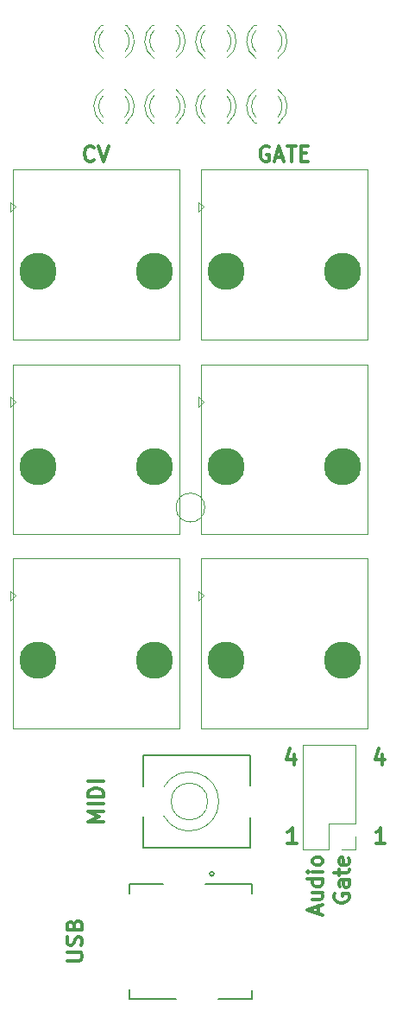
<source format=gbr>
G04 #@! TF.GenerationSoftware,KiCad,Pcbnew,(6.0.11)*
G04 #@! TF.CreationDate,2023-03-02T17:40:09+00:00*
G04 #@! TF.ProjectId,QMidiMonger_controls,514d6964-694d-46f6-9e67-65725f636f6e,rev?*
G04 #@! TF.SameCoordinates,Original*
G04 #@! TF.FileFunction,Legend,Top*
G04 #@! TF.FilePolarity,Positive*
%FSLAX46Y46*%
G04 Gerber Fmt 4.6, Leading zero omitted, Abs format (unit mm)*
G04 Created by KiCad (PCBNEW (6.0.11)) date 2023-03-02 17:40:09*
%MOMM*%
%LPD*%
G01*
G04 APERTURE LIST*
%ADD10C,0.300000*%
%ADD11C,0.120000*%
%ADD12C,0.127000*%
%ADD13C,0.152400*%
%ADD14C,0.200000*%
%ADD15C,3.650000*%
G04 APERTURE END LIST*
D10*
X103878571Y-137692857D02*
X105092857Y-137692857D01*
X105235714Y-137621428D01*
X105307142Y-137550000D01*
X105378571Y-137407142D01*
X105378571Y-137121428D01*
X105307142Y-136978571D01*
X105235714Y-136907142D01*
X105092857Y-136835714D01*
X103878571Y-136835714D01*
X105307142Y-136192857D02*
X105378571Y-135978571D01*
X105378571Y-135621428D01*
X105307142Y-135478571D01*
X105235714Y-135407142D01*
X105092857Y-135335714D01*
X104950000Y-135335714D01*
X104807142Y-135407142D01*
X104735714Y-135478571D01*
X104664285Y-135621428D01*
X104592857Y-135907142D01*
X104521428Y-136050000D01*
X104450000Y-136121428D01*
X104307142Y-136192857D01*
X104164285Y-136192857D01*
X104021428Y-136121428D01*
X103950000Y-136050000D01*
X103878571Y-135907142D01*
X103878571Y-135550000D01*
X103950000Y-135335714D01*
X104592857Y-134192857D02*
X104664285Y-133978571D01*
X104735714Y-133907142D01*
X104878571Y-133835714D01*
X105092857Y-133835714D01*
X105235714Y-133907142D01*
X105307142Y-133978571D01*
X105378571Y-134121428D01*
X105378571Y-134692857D01*
X103878571Y-134692857D01*
X103878571Y-134192857D01*
X103950000Y-134050000D01*
X104021428Y-133978571D01*
X104164285Y-133907142D01*
X104307142Y-133907142D01*
X104450000Y-133978571D01*
X104521428Y-134050000D01*
X104592857Y-134192857D01*
X104592857Y-134692857D01*
X128550000Y-133050000D02*
X128550000Y-132335714D01*
X128978571Y-133192857D02*
X127478571Y-132692857D01*
X128978571Y-132192857D01*
X127978571Y-131050000D02*
X128978571Y-131050000D01*
X127978571Y-131692857D02*
X128764285Y-131692857D01*
X128907142Y-131621428D01*
X128978571Y-131478571D01*
X128978571Y-131264285D01*
X128907142Y-131121428D01*
X128835714Y-131050000D01*
X128978571Y-129692857D02*
X127478571Y-129692857D01*
X128907142Y-129692857D02*
X128978571Y-129835714D01*
X128978571Y-130121428D01*
X128907142Y-130264285D01*
X128835714Y-130335714D01*
X128692857Y-130407142D01*
X128264285Y-130407142D01*
X128121428Y-130335714D01*
X128050000Y-130264285D01*
X127978571Y-130121428D01*
X127978571Y-129835714D01*
X128050000Y-129692857D01*
X128978571Y-128978571D02*
X127978571Y-128978571D01*
X127478571Y-128978571D02*
X127550000Y-129050000D01*
X127621428Y-128978571D01*
X127550000Y-128907142D01*
X127478571Y-128978571D01*
X127621428Y-128978571D01*
X128978571Y-128050000D02*
X128907142Y-128192857D01*
X128835714Y-128264285D01*
X128692857Y-128335714D01*
X128264285Y-128335714D01*
X128121428Y-128264285D01*
X128050000Y-128192857D01*
X127978571Y-128050000D01*
X127978571Y-127835714D01*
X128050000Y-127692857D01*
X128121428Y-127621428D01*
X128264285Y-127550000D01*
X128692857Y-127550000D01*
X128835714Y-127621428D01*
X128907142Y-127692857D01*
X128978571Y-127835714D01*
X128978571Y-128050000D01*
X123700000Y-57950000D02*
X123557142Y-57878571D01*
X123342857Y-57878571D01*
X123128571Y-57950000D01*
X122985714Y-58092857D01*
X122914285Y-58235714D01*
X122842857Y-58521428D01*
X122842857Y-58735714D01*
X122914285Y-59021428D01*
X122985714Y-59164285D01*
X123128571Y-59307142D01*
X123342857Y-59378571D01*
X123485714Y-59378571D01*
X123700000Y-59307142D01*
X123771428Y-59235714D01*
X123771428Y-58735714D01*
X123485714Y-58735714D01*
X124342857Y-58950000D02*
X125057142Y-58950000D01*
X124200000Y-59378571D02*
X124700000Y-57878571D01*
X125200000Y-59378571D01*
X125485714Y-57878571D02*
X126342857Y-57878571D01*
X125914285Y-59378571D02*
X125914285Y-57878571D01*
X126842857Y-58592857D02*
X127342857Y-58592857D01*
X127557142Y-59378571D02*
X126842857Y-59378571D01*
X126842857Y-57878571D01*
X127557142Y-57878571D01*
X126160714Y-117478571D02*
X126160714Y-118478571D01*
X125803571Y-116907142D02*
X125446428Y-117978571D01*
X126375000Y-117978571D01*
X135103571Y-126178571D02*
X134246428Y-126178571D01*
X134675000Y-126178571D02*
X134675000Y-124678571D01*
X134532142Y-124892857D01*
X134389285Y-125035714D01*
X134246428Y-125107142D01*
X134860714Y-117478571D02*
X134860714Y-118478571D01*
X134503571Y-116907142D02*
X134146428Y-117978571D01*
X135075000Y-117978571D01*
X130150000Y-131157142D02*
X130078571Y-131300000D01*
X130078571Y-131514285D01*
X130150000Y-131728571D01*
X130292857Y-131871428D01*
X130435714Y-131942857D01*
X130721428Y-132014285D01*
X130935714Y-132014285D01*
X131221428Y-131942857D01*
X131364285Y-131871428D01*
X131507142Y-131728571D01*
X131578571Y-131514285D01*
X131578571Y-131371428D01*
X131507142Y-131157142D01*
X131435714Y-131085714D01*
X130935714Y-131085714D01*
X130935714Y-131371428D01*
X131578571Y-129800000D02*
X130792857Y-129800000D01*
X130650000Y-129871428D01*
X130578571Y-130014285D01*
X130578571Y-130300000D01*
X130650000Y-130442857D01*
X131507142Y-129800000D02*
X131578571Y-129942857D01*
X131578571Y-130300000D01*
X131507142Y-130442857D01*
X131364285Y-130514285D01*
X131221428Y-130514285D01*
X131078571Y-130442857D01*
X131007142Y-130300000D01*
X131007142Y-129942857D01*
X130935714Y-129800000D01*
X130578571Y-129300000D02*
X130578571Y-128728571D01*
X130078571Y-129085714D02*
X131364285Y-129085714D01*
X131507142Y-129014285D01*
X131578571Y-128871428D01*
X131578571Y-128728571D01*
X131507142Y-127657142D02*
X131578571Y-127800000D01*
X131578571Y-128085714D01*
X131507142Y-128228571D01*
X131364285Y-128300000D01*
X130792857Y-128300000D01*
X130650000Y-128228571D01*
X130578571Y-128085714D01*
X130578571Y-127800000D01*
X130650000Y-127657142D01*
X130792857Y-127585714D01*
X130935714Y-127585714D01*
X131078571Y-128300000D01*
X107478571Y-124064285D02*
X105978571Y-124064285D01*
X107050000Y-123564285D01*
X105978571Y-123064285D01*
X107478571Y-123064285D01*
X107478571Y-122350000D02*
X105978571Y-122350000D01*
X107478571Y-121635714D02*
X105978571Y-121635714D01*
X105978571Y-121278571D01*
X106050000Y-121064285D01*
X106192857Y-120921428D01*
X106335714Y-120850000D01*
X106621428Y-120778571D01*
X106835714Y-120778571D01*
X107121428Y-120850000D01*
X107264285Y-120921428D01*
X107407142Y-121064285D01*
X107478571Y-121278571D01*
X107478571Y-121635714D01*
X107478571Y-120135714D02*
X105978571Y-120135714D01*
X106521428Y-59235714D02*
X106450000Y-59307142D01*
X106235714Y-59378571D01*
X106092857Y-59378571D01*
X105878571Y-59307142D01*
X105735714Y-59164285D01*
X105664285Y-59021428D01*
X105592857Y-58735714D01*
X105592857Y-58521428D01*
X105664285Y-58235714D01*
X105735714Y-58092857D01*
X105878571Y-57950000D01*
X106092857Y-57878571D01*
X106235714Y-57878571D01*
X106450000Y-57950000D01*
X106521428Y-58021428D01*
X106950000Y-57878571D02*
X107450000Y-59378571D01*
X107950000Y-57878571D01*
X126403571Y-126178571D02*
X125546428Y-126178571D01*
X125975000Y-126178571D02*
X125975000Y-124678571D01*
X125832142Y-124892857D01*
X125689285Y-125035714D01*
X125546428Y-125107142D01*
D11*
X109736000Y-46040000D02*
X109580000Y-46040000D01*
X107420000Y-46040000D02*
X107264000Y-46040000D01*
X107264484Y-46040000D02*
G75*
G03*
X107421392Y-49272335I1235517J-1560000D01*
G01*
X107420000Y-46559039D02*
G75*
G03*
X107420163Y-48641130I1080000J-1040961D01*
G01*
X109579837Y-48641130D02*
G75*
G03*
X109580000Y-46559039I-1079837J1041130D01*
G01*
X109578608Y-49272335D02*
G75*
G03*
X109735516Y-46040000I-1078609J1672335D01*
G01*
X114736000Y-46040000D02*
X114580000Y-46040000D01*
X112420000Y-46040000D02*
X112264000Y-46040000D01*
X114579837Y-48641130D02*
G75*
G03*
X114580000Y-46559039I-1079837J1041130D01*
G01*
X112420000Y-46559039D02*
G75*
G03*
X112420163Y-48641130I1080000J-1040961D01*
G01*
X114578608Y-49272335D02*
G75*
G03*
X114735516Y-46040000I-1078609J1672335D01*
G01*
X112264484Y-46040000D02*
G75*
G03*
X112421392Y-49272335I1235517J-1560000D01*
G01*
X124736000Y-46040000D02*
X124580000Y-46040000D01*
X122420000Y-46040000D02*
X122264000Y-46040000D01*
X124578608Y-49272335D02*
G75*
G03*
X124735516Y-46040000I-1078609J1672335D01*
G01*
X124579837Y-48641130D02*
G75*
G03*
X124580000Y-46559039I-1079837J1041130D01*
G01*
X122264484Y-46040000D02*
G75*
G03*
X122421392Y-49272335I1235517J-1560000D01*
G01*
X122420000Y-46559039D02*
G75*
G03*
X122420163Y-48641130I1080000J-1040961D01*
G01*
X112264000Y-55560000D02*
X112420000Y-55560000D01*
X114580000Y-55560000D02*
X114736000Y-55560000D01*
X114735516Y-55560000D02*
G75*
G03*
X114578608Y-52327665I-1235517J1560000D01*
G01*
X112421392Y-52327665D02*
G75*
G03*
X112264484Y-55560000I1078609J-1672335D01*
G01*
X114580000Y-55040961D02*
G75*
G03*
X114579837Y-52958870I-1080000J1040961D01*
G01*
X112420163Y-52958870D02*
G75*
G03*
X112420000Y-55040961I1079837J-1041130D01*
G01*
X117264000Y-55560000D02*
X117420000Y-55560000D01*
X119580000Y-55560000D02*
X119736000Y-55560000D01*
X117421392Y-52327665D02*
G75*
G03*
X117264484Y-55560000I1078609J-1672335D01*
G01*
X117420163Y-52958870D02*
G75*
G03*
X117420000Y-55040961I1079837J-1041130D01*
G01*
X119580000Y-55040961D02*
G75*
G03*
X119579837Y-52958870I-1080000J1040961D01*
G01*
X119735516Y-55560000D02*
G75*
G03*
X119578608Y-52327665I-1235517J1560000D01*
G01*
X122264000Y-55560000D02*
X122420000Y-55560000D01*
X124580000Y-55560000D02*
X124736000Y-55560000D01*
X124580000Y-55040961D02*
G75*
G03*
X124579837Y-52958870I-1080000J1040961D01*
G01*
X122420163Y-52958870D02*
G75*
G03*
X122420000Y-55040961I1079837J-1041130D01*
G01*
X122421392Y-52327665D02*
G75*
G03*
X122264484Y-55560000I1078609J-1672335D01*
G01*
X124735516Y-55560000D02*
G75*
G03*
X124578608Y-52327665I-1235517J1560000D01*
G01*
X117420000Y-46040000D02*
X117264000Y-46040000D01*
X119736000Y-46040000D02*
X119580000Y-46040000D01*
X119578608Y-49272335D02*
G75*
G03*
X119735516Y-46040000I-1078609J1672335D01*
G01*
X117420000Y-46559039D02*
G75*
G03*
X117420163Y-48641130I1080000J-1040961D01*
G01*
X117264484Y-46040000D02*
G75*
G03*
X117421392Y-49272335I1235517J-1560000D01*
G01*
X119579837Y-48641130D02*
G75*
G03*
X119580000Y-46559039I-1079837J1041130D01*
G01*
X107264000Y-55560000D02*
X107420000Y-55560000D01*
X109580000Y-55560000D02*
X109736000Y-55560000D01*
X107420163Y-52958870D02*
G75*
G03*
X107420000Y-55040961I1079837J-1041130D01*
G01*
X109735516Y-55560000D02*
G75*
G03*
X109578608Y-52327665I-1235517J1560000D01*
G01*
X107421392Y-52327665D02*
G75*
G03*
X107264484Y-55560000I1078609J-1672335D01*
G01*
X109580000Y-55040961D02*
G75*
G03*
X109579837Y-52958870I-1080000J1040961D01*
G01*
X132205000Y-116550000D02*
X127005000Y-116550000D01*
X132205000Y-124230000D02*
X129605000Y-124230000D01*
X132205000Y-124230000D02*
X132205000Y-116550000D01*
X132205000Y-126830000D02*
X130875000Y-126830000D01*
X127005000Y-126830000D02*
X127005000Y-116550000D01*
X129605000Y-124230000D02*
X129605000Y-126830000D01*
X132205000Y-125500000D02*
X132205000Y-126830000D01*
X129605000Y-126830000D02*
X127005000Y-126830000D01*
X114900000Y-114920000D02*
X98550000Y-114920000D01*
X98300000Y-102450000D02*
X98800000Y-101950000D01*
X114900000Y-98280000D02*
X114900000Y-114920000D01*
X98300000Y-101450000D02*
X98300000Y-102450000D01*
X98550000Y-98280000D02*
X98550000Y-114920000D01*
X114900000Y-98280000D02*
X98550000Y-98280000D01*
X98800000Y-101950000D02*
X98300000Y-101450000D01*
X117050000Y-60180000D02*
X117050000Y-76820000D01*
X117300000Y-63850000D02*
X116800000Y-63350000D01*
X116800000Y-63350000D02*
X116800000Y-64350000D01*
X116800000Y-64350000D02*
X117300000Y-63850000D01*
X133400000Y-60180000D02*
X117050000Y-60180000D01*
X133400000Y-76820000D02*
X117050000Y-76820000D01*
X133400000Y-60180000D02*
X133400000Y-76820000D01*
X133400000Y-79280000D02*
X133400000Y-95920000D01*
X133400000Y-95920000D02*
X117050000Y-95920000D01*
X116800000Y-83450000D02*
X117300000Y-82950000D01*
X117050000Y-79280000D02*
X117050000Y-95920000D01*
X117300000Y-82950000D02*
X116800000Y-82450000D01*
X116800000Y-82450000D02*
X116800000Y-83450000D01*
X133400000Y-79280000D02*
X117050000Y-79280000D01*
X133400000Y-98280000D02*
X117050000Y-98280000D01*
X116800000Y-101450000D02*
X116800000Y-102450000D01*
X116800000Y-102450000D02*
X117300000Y-101950000D01*
X117300000Y-101950000D02*
X116800000Y-101450000D01*
X133400000Y-98280000D02*
X133400000Y-114920000D01*
X117050000Y-98280000D02*
X117050000Y-114920000D01*
X133400000Y-114920000D02*
X117050000Y-114920000D01*
X98300000Y-82450000D02*
X98300000Y-83450000D01*
X98550000Y-79280000D02*
X98550000Y-95920000D01*
X114900000Y-79280000D02*
X98550000Y-79280000D01*
X114900000Y-79280000D02*
X114900000Y-95920000D01*
X114900000Y-95920000D02*
X98550000Y-95920000D01*
X98800000Y-82950000D02*
X98300000Y-82450000D01*
X98300000Y-83450000D02*
X98800000Y-82950000D01*
X114900000Y-60180000D02*
X98550000Y-60180000D01*
X98300000Y-64350000D02*
X98800000Y-63850000D01*
X98550000Y-60180000D02*
X98550000Y-76820000D01*
X98800000Y-63850000D02*
X98300000Y-63350000D01*
X98300000Y-63350000D02*
X98300000Y-64350000D01*
X114900000Y-60180000D02*
X114900000Y-76820000D01*
X114900000Y-76820000D02*
X98550000Y-76820000D01*
D12*
X110000000Y-141450000D02*
X114600000Y-141450000D01*
X117500000Y-130150000D02*
X122000000Y-130150000D01*
X113300000Y-130150000D02*
X110000000Y-130150000D01*
X122000000Y-141450000D02*
X118700000Y-141450000D01*
X122000000Y-130150000D02*
X122000000Y-131100000D01*
X122000000Y-140600000D02*
X122000000Y-141450000D01*
X110000000Y-140500000D02*
X110000000Y-141450000D01*
X110000000Y-130150000D02*
X110000000Y-131100000D01*
D13*
X118300000Y-129200000D02*
G75*
G03*
X118300000Y-129200000I-200000J0D01*
G01*
D14*
X121900000Y-123700000D02*
X121900000Y-126600000D01*
X111400000Y-126600000D02*
X121900000Y-126600000D01*
X111400000Y-123600000D02*
X111400000Y-126600000D01*
X111400000Y-117600000D02*
X121900000Y-117600000D01*
X121900000Y-117600000D02*
X121900000Y-120500000D01*
X111400000Y-117600000D02*
X111400000Y-120600000D01*
D11*
X113373625Y-123503542D02*
G75*
G03*
X113400000Y-120650000I2524756J1403557D01*
G01*
X117700000Y-122100000D02*
G75*
G03*
X117700000Y-122100000I-1800000J0D01*
G01*
X117414214Y-93300000D02*
G75*
G03*
X117414214Y-93300000I-1414214J0D01*
G01*
D15*
X112460000Y-108300000D03*
X101030000Y-108300000D03*
X130960000Y-70200000D03*
X119530000Y-70200000D03*
X130960000Y-89300000D03*
X119530000Y-89300000D03*
X130960000Y-108300000D03*
X119530000Y-108300000D03*
X101030000Y-89300000D03*
X112460000Y-89300000D03*
X112460000Y-70200000D03*
X101030000Y-70200000D03*
M02*

</source>
